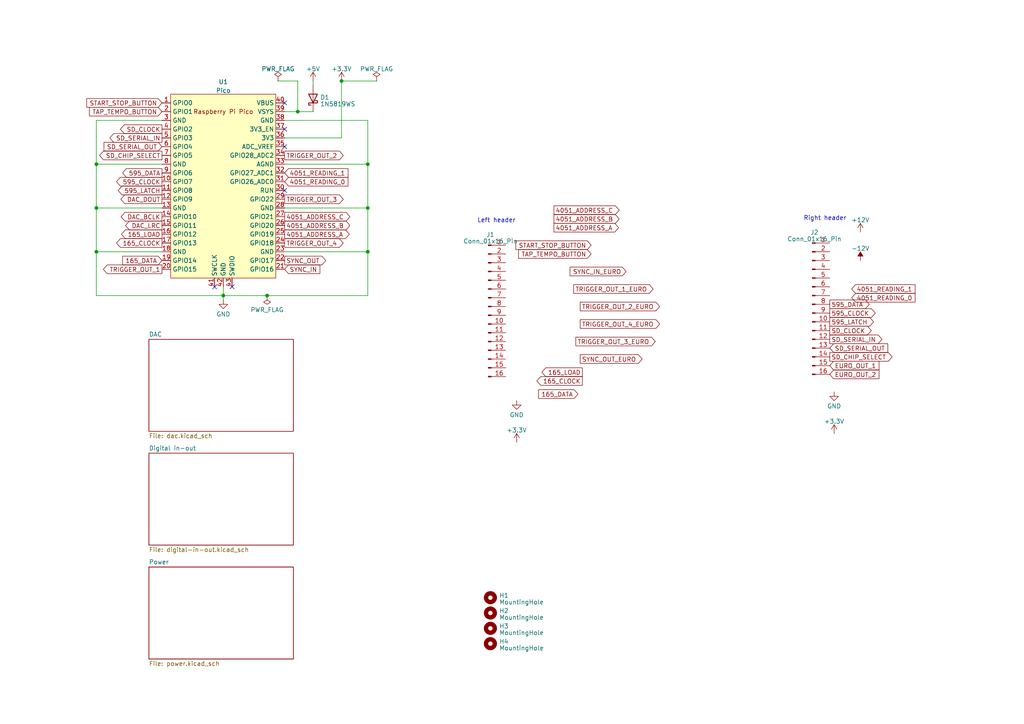
<source format=kicad_sch>
(kicad_sch (version 20230121) (generator eeschema)
  (paper "A4")
  (title_block (title "Drumkid") (rev "2.00"))
  (lib_symbols
    (symbol "Connector:Conn_01x16_Pin" (pin_names (offset 1.016) hide)
      (property "Reference" "J" (at 0 20.32 0))
      (property "Value" "Conn_01x16_Pin" (at 0 -22.86 0))
      (symbol "Conn_01x16_Pin_1_1"
        (polyline (pts (xy 1.27 -20.32) (xy 0.8636 -20.32)) (stroke (width 0.1524)))
        (polyline (pts (xy 1.27 -17.78) (xy 0.8636 -17.78)) (stroke (width 0.1524)))
        (polyline (pts (xy 1.27 -15.24) (xy 0.8636 -15.24)) (stroke (width 0.1524)))
        (polyline (pts (xy 1.27 -12.7) (xy 0.8636 -12.7)) (stroke (width 0.1524)))
        (polyline (pts (xy 1.27 -10.16) (xy 0.8636 -10.16)) (stroke (width 0.1524)))
        (polyline (pts (xy 1.27 -7.62) (xy 0.8636 -7.62)) (stroke (width 0.1524)))
        (polyline (pts (xy 1.27 -5.08) (xy 0.8636 -5.08)) (stroke (width 0.1524)))
        (polyline (pts (xy 1.27 -2.54) (xy 0.8636 -2.54)) (stroke (width 0.1524)))
        (polyline (pts (xy 1.27 0) (xy 0.8636 0)) (stroke (width 0.1524)))
        (polyline (pts (xy 1.27 2.54) (xy 0.8636 2.54)) (stroke (width 0.1524)))
        (polyline (pts (xy 1.27 5.08) (xy 0.8636 5.08)) (stroke (width 0.1524)))
        (polyline (pts (xy 1.27 7.62) (xy 0.8636 7.62)) (stroke (width 0.1524)))
        (polyline (pts (xy 1.27 10.16) (xy 0.8636 10.16)) (stroke (width 0.1524)))
        (polyline (pts (xy 1.27 12.7) (xy 0.8636 12.7)) (stroke (width 0.1524)))
        (polyline (pts (xy 1.27 15.24) (xy 0.8636 15.24)) (stroke (width 0.1524)))
        (polyline (pts (xy 1.27 17.78) (xy 0.8636 17.78)) (stroke (width 0.1524)))
        (rectangle (start 0.8636 -20.193) (end 0 -20.447) (stroke (width 0.1524)) (fill (type outline)))
        (rectangle (start 0.8636 -17.653) (end 0 -17.907) (stroke (width 0.1524)) (fill (type outline)))
        (rectangle (start 0.8636 -15.113) (end 0 -15.367) (stroke (width 0.1524)) (fill (type outline)))
        (rectangle (start 0.8636 -12.573) (end 0 -12.827) (stroke (width 0.1524)) (fill (type outline)))
        (rectangle (start 0.8636 -10.033) (end 0 -10.287) (stroke (width 0.1524)) (fill (type outline)))
        (rectangle (start 0.8636 -7.493) (end 0 -7.747) (stroke (width 0.1524)) (fill (type outline)))
        (rectangle (start 0.8636 -4.953) (end 0 -5.207) (stroke (width 0.1524)) (fill (type outline)))
        (rectangle (start 0.8636 -2.413) (end 0 -2.667) (stroke (width 0.1524)) (fill (type outline)))
        (rectangle (start 0.8636 0.127) (end 0 -0.127) (stroke (width 0.1524)) (fill (type outline)))
        (rectangle (start 0.8636 2.667) (end 0 2.413) (stroke (width 0.1524)) (fill (type outline)))
        (rectangle (start 0.8636 5.207) (end 0 4.953) (stroke (width 0.1524)) (fill (type outline)))
        (rectangle (start 0.8636 7.747) (end 0 7.493) (stroke (width 0.1524)) (fill (type outline)))
        (rectangle (start 0.8636 10.287) (end 0 10.033) (stroke (width 0.1524)) (fill (type outline)))
        (rectangle (start 0.8636 12.827) (end 0 12.573) (stroke (width 0.1524)) (fill (type outline)))
        (rectangle (start 0.8636 15.367) (end 0 15.113) (stroke (width 0.1524)) (fill (type outline)))
        (rectangle (start 0.8636 17.907) (end 0 17.653) (stroke (width 0.1524)) (fill (type outline)))
        (pin passive line (at 5.08 17.78 180) (length 3.81) (name "Pin_1") (number "1"))
        (pin passive line (at 5.08 -5.08 180) (length 3.81) (name "Pin_10") (number "10"))
        (pin passive line (at 5.08 -7.62 180) (length 3.81) (name "Pin_11") (number "11"))
        (pin passive line (at 5.08 -10.16 180) (length 3.81) (name "Pin_12") (number "12"))
        (pin passive line (at 5.08 -12.7 180) (length 3.81) (name "Pin_13") (number "13"))
        (pin passive line (at 5.08 -15.24 180) (length 3.81) (name "Pin_14") (number "14"))
        (pin passive line (at 5.08 -17.78 180) (length 3.81) (name "Pin_15") (number "15"))
        (pin passive line (at 5.08 -20.32 180) (length 3.81) (name "Pin_16") (number "16"))
        (pin passive line (at 5.08 15.24 180) (length 3.81) (name "Pin_2") (number "2"))
        (pin passive line (at 5.08 12.7 180) (length 3.81) (name "Pin_3") (number "3"))
        (pin passive line (at 5.08 10.16 180) (length 3.81) (name "Pin_4") (number "4"))
        (pin passive line (at 5.08 7.62 180) (length 3.81) (name "Pin_5") (number "5"))
        (pin passive line (at 5.08 5.08 180) (length 3.81) (name "Pin_6") (number "6"))
        (pin passive line (at 5.08 2.54 180) (length 3.81) (name "Pin_7") (number "7"))
        (pin passive line (at 5.08 0 180) (length 3.81) (name "Pin_8") (number "8"))
        (pin passive line (at 5.08 -2.54 180) (length 3.81) (name "Pin_9") (number "9"))
      )
    )
    (symbol "Diode:1N5819WS" (pin_numbers hide) (pin_names (offset 1.016) hide)
      (property "Reference" "D" (at 0 2.54 0))
      (property "Value" "1N5819WS" (at 0 -2.54 0))
      (symbol "1N5819WS_0_1"
        (polyline (pts (xy 1.27 0) (xy -1.27 0)))
        (polyline (pts (xy 1.27 1.27) (xy 1.27 -1.27) (xy -1.27 0) (xy 1.27 1.27)) (stroke (width 0.254)))
        (polyline (pts (xy -1.905 0.635) (xy -1.905 1.27) (xy -1.27 1.27) (xy -1.27 -1.27) (xy -0.635 -1.27) (xy -0.635 -0.635)) (stroke (width 0.254)))
      )
      (symbol "1N5819WS_1_1"
        (pin passive line (at -3.81 0 0) (length 2.54) (name "K") (number "1"))
        (pin passive line (at 3.81 0 180) (length 2.54) (name "A") (number "2"))
      )
    )
    (symbol "MCU_RaspberryPi_and_Boards:Pico"
      (property "Reference" "U" (at -13.97 27.94 0))
      (property "Value" "Pico" (at 0 19.05 0))
      (symbol "Pico_0_0"
        (text "Raspberry Pi Pico" (at 0 21.59 0) (effects (font (size 1.27 1.27))))
      )
      (symbol "Pico_0_1"
        (rectangle (start -15.24 26.67) (end 15.24 -26.67) (fill (type background)))
      )
      (symbol "Pico_1_1"
        (pin bidirectional line (at -17.78 24.13 0) (length 2.54) (name "GPIO0") (number "1"))
        (pin bidirectional line (at -17.78 1.27 0) (length 2.54) (name "GPIO7") (number "10"))
        (pin bidirectional line (at -17.78 -1.27 0) (length 2.54) (name "GPIO8") (number "11"))
        (pin bidirectional line (at -17.78 -3.81 0) (length 2.54) (name "GPIO9") (number "12"))
        (pin power_in line (at -17.78 -6.35 0) (length 2.54) (name "GND") (number "13"))
        (pin bidirectional line (at -17.78 -8.89 0) (length 2.54) (name "GPIO10") (number "14"))
        (pin bidirectional line (at -17.78 -11.43 0) (length 2.54) (name "GPIO11") (number "15"))
        (pin bidirectional line (at -17.78 -13.97 0) (length 2.54) (name "GPIO12") (number "16"))
        (pin bidirectional line (at -17.78 -16.51 0) (length 2.54) (name "GPIO13") (number "17"))
        (pin power_in line (at -17.78 -19.05 0) (length 2.54) (name "GND") (number "18"))
        (pin bidirectional line (at -17.78 -21.59 0) (length 2.54) (name "GPIO14") (number "19"))
        (pin bidirectional line (at -17.78 21.59 0) (length 2.54) (name "GPIO1") (number "2"))
        (pin bidirectional line (at -17.78 -24.13 0) (length 2.54) (name "GPIO15") (number "20"))
        (pin bidirectional line (at 17.78 -24.13 180) (length 2.54) (name "GPIO16") (number "21"))
        (pin bidirectional line (at 17.78 -21.59 180) (length 2.54) (name "GPIO17") (number "22"))
        (pin power_in line (at 17.78 -19.05 180) (length 2.54) (name "GND") (number "23"))
        (pin bidirectional line (at 17.78 -16.51 180) (length 2.54) (name "GPIO18") (number "24"))
        (pin bidirectional line (at 17.78 -13.97 180) (length 2.54) (name "GPIO19") (number "25"))
        (pin bidirectional line (at 17.78 -11.43 180) (length 2.54) (name "GPIO20") (number "26"))
        (pin bidirectional line (at 17.78 -8.89 180) (length 2.54) (name "GPIO21") (number "27"))
        (pin power_in line (at 17.78 -6.35 180) (length 2.54) (name "GND") (number "28"))
        (pin bidirectional line (at 17.78 -3.81 180) (length 2.54) (name "GPIO22") (number "29"))
        (pin power_in line (at -17.78 19.05 0) (length 2.54) (name "GND") (number "3"))
        (pin input line (at 17.78 -1.27 180) (length 2.54) (name "RUN") (number "30"))
        (pin bidirectional line (at 17.78 1.27 180) (length 2.54) (name "GPIO26_ADC0") (number "31"))
        (pin bidirectional line (at 17.78 3.81 180) (length 2.54) (name "GPIO27_ADC1") (number "32"))
        (pin power_in line (at 17.78 6.35 180) (length 2.54) (name "AGND") (number "33"))
        (pin bidirectional line (at 17.78 8.89 180) (length 2.54) (name "GPIO28_ADC2") (number "34"))
        (pin power_in line (at 17.78 11.43 180) (length 2.54) (name "ADC_VREF") (number "35"))
        (pin power_in line (at 17.78 13.97 180) (length 2.54) (name "3V3") (number "36"))
        (pin input line (at 17.78 16.51 180) (length 2.54) (name "3V3_EN") (number "37"))
        (pin bidirectional line (at 17.78 19.05 180) (length 2.54) (name "GND") (number "38"))
        (pin power_in line (at 17.78 21.59 180) (length 2.54) (name "VSYS") (number "39"))
        (pin bidirectional line (at -17.78 16.51 0) (length 2.54) (name "GPIO2") (number "4"))
        (pin power_in line (at 17.78 24.13 180) (length 2.54) (name "VBUS") (number "40"))
        (pin input line (at -2.54 -29.21 90) (length 2.54) (name "SWCLK") (number "41"))
        (pin power_in line (at 0 -29.21 90) (length 2.54) (name "GND") (number "42"))
        (pin bidirectional line (at 2.54 -29.21 90) (length 2.54) (name "SWDIO") (number "43"))
        (pin bidirectional line (at -17.78 13.97 0) (length 2.54) (name "GPIO3") (number "5"))
        (pin bidirectional line (at -17.78 11.43 0) (length 2.54) (name "GPIO4") (number "6"))
        (pin bidirectional line (at -17.78 8.89 0) (length 2.54) (name "GPIO5") (number "7"))
        (pin power_in line (at -17.78 6.35 0) (length 2.54) (name "GND") (number "8"))
        (pin bidirectional line (at -17.78 3.81 0) (length 2.54) (name "GPIO6") (number "9"))
      )
    )
    (symbol "Mechanical:MountingHole" (pin_names (offset 1.016))
      (property "Reference" "H" (at 0 5.08 0))
      (property "Value" "MountingHole" (at 0 3.175 0))
      (symbol "MountingHole_0_1"
        (circle (center 0 0) (radius 1.27) (stroke (width 1.27)))
      )
    )
    (symbol "power:+12V" (power) (pin_names (offset 0))
      (property "Value" "+12V" (at 0 3.556 0))
      (symbol "+12V_0_1"
        (polyline (pts (xy -0.762 1.27) (xy 0 2.54)))
        (polyline (pts (xy 0 0) (xy 0 2.54)))
        (polyline (pts (xy 0 2.54) (xy 0.762 1.27)))
      )
      (symbol "+12V_1_1"
        (pin power_in line (at 0 0 90) (length 0) hide (name "+12V") (number "1"))
      )
    )
    (symbol "power:+3.3V" (power) (pin_names (offset 0))
      (property "Value" "+3.3V" (at 0 3.556 0))
      (symbol "+3.3V_0_1"
        (polyline (pts (xy -0.762 1.27) (xy 0 2.54)))
        (polyline (pts (xy 0 0) (xy 0 2.54)))
        (polyline (pts (xy 0 2.54) (xy 0.762 1.27)))
      )
      (symbol "+3.3V_1_1"
        (pin power_in line (at 0 0 90) (length 0) hide (name "+3.3V") (number "1"))
      )
    )
    (symbol "power:+5V" (power) (pin_names (offset 0))
      (property "Value" "+5V" (at 0 3.556 0))
      (symbol "+5V_0_1"
        (polyline (pts (xy -0.762 1.27) (xy 0 2.54)))
        (polyline (pts (xy 0 0) (xy 0 2.54)))
        (polyline (pts (xy 0 2.54) (xy 0.762 1.27)))
      )
      (symbol "+5V_1_1"
        (pin power_in line (at 0 0 90) (length 0) hide (name "+5V") (number "1"))
      )
    )
    (symbol "power:-12V" (power) (pin_names (offset 0))
      (property "Value" "-12V" (at 0 3.81 0))
      (symbol "-12V_0_0"
        (pin power_in line (at 0 0 90) (length 0) hide (name "-12V") (number "1"))
      )
      (symbol "-12V_0_1"
        (polyline (pts (xy 0 0) (xy 0 1.27) (xy 0.762 1.27) (xy 0 2.54) (xy -0.762 1.27) (xy 0 1.27)) (fill (type outline)))
      )
    )
    (symbol "power:GND" (power) (pin_names (offset 0))
      (property "Value" "GND" (at 0 -3.81 0))
      (symbol "GND_0_1"
        (polyline (pts (xy 0 0) (xy 0 -1.27) (xy 1.27 -1.27) (xy 0 -2.54) (xy -1.27 -1.27) (xy 0 -1.27)))
      )
      (symbol "GND_1_1"
        (pin power_in line (at 0 0 270) (length 0) hide (name "GND") (number "1"))
      )
    )
    (symbol "power:PWR_FLAG" (power) (pin_numbers hide) (pin_names (offset 0) hide)
      (property "Value" "PWR_FLAG" (at 0 3.81 0))
      (symbol "PWR_FLAG_0_0"
        (pin power_out line (at 0 0 90) (length 0) (name "pwr") (number "1"))
      )
      (symbol "PWR_FLAG_0_1"
        (polyline (pts (xy 0 0) (xy 0 1.27) (xy -1.016 1.905) (xy 0 2.54) (xy 1.016 1.905) (xy 0 1.27)))
      )
    )
  )
  (junction (at 27.94 47.625))
  (junction (at 106.68 47.625))
  (junction (at 99.06 23.495))
  (junction (at 106.68 73.025))
  (junction (at 86.36 32.385))
  (junction (at 64.77 85.725))
  (junction (at 106.68 60.325))
  (junction (at 77.47 85.725))
  (junction (at 27.94 60.325))
  (junction (at 27.94 73.025))
  (no_connect (at 62.23 83.185))
  (no_connect (at 82.55 42.545))
  (no_connect (at 82.55 29.845))
  (no_connect (at 82.55 55.245))
  (no_connect (at 67.31 83.185))
  (no_connect (at 82.55 37.465))
  (wire (pts (xy 82.55 73.025) (xy 106.68 73.025)))
  (wire (pts (xy 82.55 60.325) (xy 106.68 60.325)))
  (wire (pts (xy 27.94 73.025) (xy 27.94 85.725)))
  (wire (pts (xy 77.47 85.725) (xy 106.68 85.725)))
  (wire (pts (xy 64.77 85.725) (xy 77.47 85.725)))
  (wire (pts (xy 99.06 23.495) (xy 109.22 23.495)))
  (wire (pts (xy 82.55 40.005) (xy 99.06 40.005)))
  (wire (pts (xy 86.36 32.385) (xy 90.805 32.385)))
  (wire (pts (xy 106.68 73.025) (xy 106.68 85.725)))
  (wire (pts (xy 86.36 23.495) (xy 86.36 32.385)))
  (wire (pts (xy 27.94 60.325) (xy 27.94 73.025)))
  (wire (pts (xy 99.06 23.495) (xy 99.06 40.005)))
  (wire (pts (xy 27.94 34.925) (xy 46.99 34.925)))
  (wire (pts (xy 64.77 85.725) (xy 64.77 86.995)))
  (wire (pts (xy 27.94 73.025) (xy 46.99 73.025)))
  (wire (pts (xy 82.55 34.925) (xy 106.68 34.925)))
  (wire (pts (xy 106.68 60.325) (xy 106.68 47.625)))
  (wire (pts (xy 80.645 23.495) (xy 86.36 23.495)))
  (wire (pts (xy 64.77 85.725) (xy 27.94 85.725)))
  (wire (pts (xy 82.55 47.625) (xy 106.68 47.625)))
  (wire (pts (xy 27.94 60.325) (xy 46.99 60.325)))
  (wire (pts (xy 64.77 83.185) (xy 64.77 85.725)))
  (wire (pts (xy 106.68 73.025) (xy 106.68 60.325)))
  (wire (pts (xy 27.94 47.625) (xy 27.94 34.925)))
  (wire (pts (xy 90.805 23.495) (xy 90.805 24.765)))
  (wire (pts (xy 27.94 47.625) (xy 27.94 60.325)))
  (wire (pts (xy 46.99 47.625) (xy 27.94 47.625)))
  (wire (pts (xy 106.68 47.625) (xy 106.68 34.925)))
  (wire (pts (xy 82.55 32.385) (xy 86.36 32.385)))
  (text "Left header" (at 138.43 64.77 0) (effects (font (size 1.27 1.27)) (justify left bottom)))
  (text "Right header" (at 233.045 64.135 0) (effects (font (size 1.27 1.27)) (justify left bottom)))
  (global_label "165_CLOCK" (shape output) (at 46.99 70.485 180) (property "Intersheetrefs" "${INTERSHEET_REFS}" (effects hide)))
  (global_label "TAP_TEMPO_BUTTON" (shape input) (at 171.45 73.66 180) (property "Intersheetrefs" "${INTERSHEET_REFS}" (effects hide)))
  (global_label "SD_SERIAL_IN" (shape output) (at 240.665 98.425 0) (property "Intersheetrefs" "${INTERSHEET_REFS}" (effects hide)))
  (global_label "TRIGGER_OUT_3" (shape output) (at 82.55 57.785 0) (property "Intersheetrefs" "${INTERSHEET_REFS}" (effects hide)))
  (global_label "START_STOP_BUTTON" (shape input) (at 46.99 29.845 180) (property "Intersheetrefs" "${INTERSHEET_REFS}" (effects hide)))
  (global_label "4051_READING_0" (shape input) (at 82.55 52.705 0) (property "Intersheetrefs" "${INTERSHEET_REFS}" (effects hide)))
  (global_label "4051_ADDRESS_C" (shape output) (at 82.55 62.865 0) (property "Intersheetrefs" "${INTERSHEET_REFS}" (effects hide)))
  (global_label "SYNC_OUT" (shape output) (at 82.55 75.565 0) (property "Intersheetrefs" "${INTERSHEET_REFS}" (effects hide)))
  (global_label "165_DATA" (shape input) (at 46.99 75.565 180) (property "Intersheetrefs" "${INTERSHEET_REFS}" (effects hide)))
  (global_label "TRIGGER_OUT_1" (shape output) (at 46.99 78.105 180) (property "Intersheetrefs" "${INTERSHEET_REFS}" (effects hide)))
  (global_label "SYNC_OUT_EURO" (shape output) (at 168.275 104.14 0) (property "Intersheetrefs" "${INTERSHEET_REFS}" (effects hide)))
  (global_label "TRIGGER_OUT_1_EURO" (shape output) (at 166.37 83.82 0) (property "Intersheetrefs" "${INTERSHEET_REFS}" (effects hide)))
  (global_label "4051_ADDRESS_A" (shape output) (at 82.55 67.945 0) (property "Intersheetrefs" "${INTERSHEET_REFS}" (effects hide)))
  (global_label "EURO_OUT_2" (shape input) (at 240.665 108.585 0) (property "Intersheetrefs" "${INTERSHEET_REFS}" (effects hide)))
  (global_label "TRIGGER_OUT_3_EURO" (shape output) (at 167.005 99.06 0) (property "Intersheetrefs" "${INTERSHEET_REFS}" (effects hide)))
  (global_label "DAC_DOUT" (shape output) (at 46.99 57.785 180) (property "Intersheetrefs" "${INTERSHEET_REFS}" (effects hide)))
  (global_label "EURO_OUT_1" (shape input) (at 240.665 106.045 0) (property "Intersheetrefs" "${INTERSHEET_REFS}" (effects hide)))
  (global_label "TRIGGER_OUT_2" (shape output) (at 82.55 45.085 0) (property "Intersheetrefs" "${INTERSHEET_REFS}" (effects hide)))
  (global_label "4051_ADDRESS_C" (shape output) (at 160.655 60.96 0) (property "Intersheetrefs" "${INTERSHEET_REFS}" (effects hide)))
  (global_label "4051_ADDRESS_B" (shape output) (at 82.55 65.405 0) (property "Intersheetrefs" "${INTERSHEET_REFS}" (effects hide)))
  (global_label "SD_SERIAL_OUT" (shape input) (at 240.665 100.965 0) (property "Intersheetrefs" "${INTERSHEET_REFS}" (effects hide)))
  (global_label "TRIGGER_OUT_2_EURO" (shape output) (at 168.275 88.9 0) (property "Intersheetrefs" "${INTERSHEET_REFS}" (effects hide)))
  (global_label "SYNC_IN_EURO" (shape input) (at 181.61 78.74 180) (property "Intersheetrefs" "${INTERSHEET_REFS}" (effects hide)))
  (global_label "SD_CHIP_SELECT" (shape output) (at 46.99 45.085 180) (property "Intersheetrefs" "${INTERSHEET_REFS}" (effects hide)))
  (global_label "595_DATA" (shape output) (at 46.99 50.165 180) (property "Intersheetrefs" "${INTERSHEET_REFS}" (effects hide)))
  (global_label "4051_ADDRESS_B" (shape output) (at 160.655 63.5 0) (property "Intersheetrefs" "${INTERSHEET_REFS}" (effects hide)))
  (global_label "165_DATA" (shape input) (at 167.64 114.3 180) (property "Intersheetrefs" "${INTERSHEET_REFS}" (effects hide)))
  (global_label "4051_READING_0" (shape input) (at 247.015 86.36 0) (property "Intersheetrefs" "${INTERSHEET_REFS}" (effects hide)))
  (global_label "165_LOAD" (shape output) (at 46.99 67.945 180) (property "Intersheetrefs" "${INTERSHEET_REFS}" (effects hide)))
  (global_label "595_CLOCK" (shape output) (at 240.665 90.805 0) (property "Intersheetrefs" "${INTERSHEET_REFS}" (effects hide)))
  (global_label "165_CLOCK" (shape output) (at 168.91 110.49 180) (property "Intersheetrefs" "${INTERSHEET_REFS}" (effects hide)))
  (global_label "SYNC_IN" (shape input) (at 82.55 78.105 0) (property "Intersheetrefs" "${INTERSHEET_REFS}" (effects hide)))
  (global_label "595_LATCH" (shape output) (at 240.665 93.345 0) (property "Intersheetrefs" "${INTERSHEET_REFS}" (effects hide)))
  (global_label "4051_ADDRESS_A" (shape output) (at 160.655 66.04 0) (property "Intersheetrefs" "${INTERSHEET_REFS}" (effects hide)))
  (global_label "165_LOAD" (shape output) (at 168.91 107.95 180) (property "Intersheetrefs" "${INTERSHEET_REFS}" (effects hide)))
  (global_label "595_LATCH" (shape output) (at 46.99 55.245 180) (property "Intersheetrefs" "${INTERSHEET_REFS}" (effects hide)))
  (global_label "TRIGGER_OUT_4" (shape output) (at 82.55 70.485 0) (property "Intersheetrefs" "${INTERSHEET_REFS}" (effects hide)))
  (global_label "START_STOP_BUTTON" (shape input) (at 171.45 71.12 180) (property "Intersheetrefs" "${INTERSHEET_REFS}" (effects hide)))
  (global_label "TRIGGER_OUT_4_EURO" (shape output) (at 168.275 93.98 0) (property "Intersheetrefs" "${INTERSHEET_REFS}" (effects hide)))
  (global_label "SD_SERIAL_OUT" (shape input) (at 46.99 42.545 180) (property "Intersheetrefs" "${INTERSHEET_REFS}" (effects hide)))
  (global_label "SD_SERIAL_IN" (shape output) (at 46.99 40.005 180) (property "Intersheetrefs" "${INTERSHEET_REFS}" (effects hide)))
  (global_label "595_DATA" (shape output) (at 240.665 88.265 0) (property "Intersheetrefs" "${INTERSHEET_REFS}" (effects hide)))
  (global_label "TAP_TEMPO_BUTTON" (shape input) (at 46.99 32.385 180) (property "Intersheetrefs" "${INTERSHEET_REFS}" (effects hide)))
  (global_label "4051_READING_1" (shape input) (at 247.015 83.82 0) (property "Intersheetrefs" "${INTERSHEET_REFS}" (effects hide)))
  (global_label "SD_CLOCK" (shape output) (at 46.99 37.465 180) (property "Intersheetrefs" "${INTERSHEET_REFS}" (effects hide)))
  (global_label "SD_CHIP_SELECT" (shape output) (at 240.665 103.505 0) (property "Intersheetrefs" "${INTERSHEET_REFS}" (effects hide)))
  (global_label "SD_CLOCK" (shape output) (at 240.665 95.885 0) (property "Intersheetrefs" "${INTERSHEET_REFS}" (effects hide)))
  (global_label "595_CLOCK" (shape output) (at 46.99 52.705 180) (property "Intersheetrefs" "${INTERSHEET_REFS}" (effects hide)))
  (global_label "DAC_LRC" (shape output) (at 46.99 65.405 180) (property "Intersheetrefs" "${INTERSHEET_REFS}" (effects hide)))
  (global_label "4051_READING_1" (shape input) (at 82.55 50.165 0) (property "Intersheetrefs" "${INTERSHEET_REFS}" (effects hide)))
  (global_label "DAC_BCLK" (shape output) (at 46.99 62.865 180) (property "Intersheetrefs" "${INTERSHEET_REFS}" (effects hide)))
  (symbol (lib_id "power:-12V") (at 249.555 75.565 0) (unit 1)
    (property "Reference" "#PWR02" (effects hide))
    (property "Value" "-12V" (at 249.555 72.0631 0))
  )
  (symbol (lib_id "power:PWR_FLAG") (at 109.22 23.495 0) (unit 1)
    (property "Reference" "#FLG02" (effects hide))
    (property "Value" "PWR_FLAG" (at 109.22 19.9931 0))
  )
  (symbol (lib_id "MCU_RaspberryPi_and_Boards:Pico") (at 64.77 53.975 0) (unit 1)
    (property "Reference" "U1" (at 64.77 23.7322 0))
    (property "Value" "Pico" (at 64.77 26.2691 0))
    (property "Footprint" "MCU_RaspberryPi_and_Boards:RPi_Pico_SMD_TH" (effects hide))
  )
  (symbol (lib_id "power:GND") (at 149.86 116.205 0) (unit 1)
    (property "Reference" "#PWR03" (effects hide))
    (property "Value" "GND" (at 149.86 120.3405 0))
  )
  (symbol (lib_id "Connector:Conn_01x16_Pin") (at 235.585 88.265 0) (unit 1)
    (property "Reference" "J2" (at 236.22 67.3989 0))
    (property "Value" "Conn_01x16_Pin" (at 236.22 69.3199 0))
  )
  (symbol (lib_id "power:+3.3V") (at 99.06 23.495 0) (unit 1)
    (property "Reference" "#PWR08" (effects hide))
    (property "Value" "+3.3V" (at 99.06 19.9931 0))
  )
  (symbol (lib_id "power:GND") (at 241.935 113.665 0) (unit 1)
    (property "Reference" "#PWR07" (effects hide))
    (property "Value" "GND" (at 241.935 117.8005 0))
  )
  (symbol (lib_id "power:+3.3V") (at 241.935 125.73 0) (unit 1)
    (property "Reference" "#PWR09" (effects hide))
    (property "Value" "+3.3V" (at 241.935 122.2281 0))
  )
  (symbol (lib_id "Mechanical:MountingHole") (at 142.24 182.245 0) (unit 1)
    (property "Reference" "H3" (at 144.78 181.6013 0) (effects (justify left)))
    (property "Value" "MountingHole" (at 144.78 183.5223 0) (effects (justify left)))
    (property "Footprint" "MountingHole:MountingHole_3.2mm_M3" (effects hide))
  )
  (symbol (lib_id "power:+12V") (at 249.555 67.31 0) (unit 1)
    (property "Reference" "#PWR01" (effects hide))
    (property "Value" "+12V" (at 249.555 63.8081 0))
  )
  (symbol (lib_id "power:PWR_FLAG") (at 80.645 23.495 0) (unit 1)
    (property "Reference" "#FLG06" (effects hide))
    (property "Value" "PWR_FLAG" (at 80.645 19.9931 0))
  )
  (symbol (lib_id "power:+3.3V") (at 149.86 128.27 0) (unit 1)
    (property "Reference" "#PWR04" (effects hide))
    (property "Value" "+3.3V" (at 149.86 124.7681 0))
  )
  (symbol (lib_id "Mechanical:MountingHole") (at 142.24 186.69 0) (unit 1)
    (property "Reference" "H4" (at 144.78 186.0463 0) (effects (justify left)))
    (property "Value" "MountingHole" (at 144.78 187.9673 0) (effects (justify left)))
    (property "Footprint" "MountingHole:MountingHole_3.2mm_M3" (effects hide))
  )
  (symbol (lib_id "Mechanical:MountingHole") (at 142.24 173.355 0) (unit 1)
    (property "Reference" "H1" (at 144.78 172.7113 0) (effects (justify left)))
    (property "Value" "MountingHole" (at 144.78 174.6323 0) (effects (justify left)))
    (property "Footprint" "MountingHole:MountingHole_3.2mm_M3" (effects hide))
  )
  (symbol (lib_id "Mechanical:MountingHole") (at 142.24 177.8 0) (unit 1)
    (property "Reference" "H2" (at 144.78 177.1563 0) (effects (justify left)))
    (property "Value" "MountingHole" (at 144.78 179.0773 0) (effects (justify left)))
    (property "Footprint" "MountingHole:MountingHole_3.2mm_M3" (effects hide))
  )
  (symbol (lib_id "power:GND") (at 64.77 86.995 0) (unit 1)
    (property "Reference" "#PWR05" (effects hide))
    (property "Value" "GND" (at 64.77 91.1305 0))
  )
  (symbol (lib_id "power:PWR_FLAG") (at 77.47 85.725 180) (unit 1)
    (property "Reference" "#FLG01" (effects hide))
    (property "Value" "PWR_FLAG" (at 77.47 89.8605 0))
  )
  (symbol (lib_id "Connector:Conn_01x16_Pin") (at 141.605 88.9 0) (unit 1)
    (property "Reference" "J1" (at 142.24 68.0339 0))
    (property "Value" "Conn_01x16_Pin" (at 142.24 69.9549 0))
  )
  (symbol (lib_id "power:+5V") (at 90.805 23.495 0) (unit 1)
    (property "Reference" "#PWR06" (effects hide))
    (property "Value" "+5V" (at 90.805 19.9931 0))
  )
  (symbol (lib_id "Diode:1N5819WS") (at 90.805 28.575 90) (unit 1)
    (property "Reference" "D1" (at 92.837 28.2488 90) (effects (justify right)))
    (property "Value" "1N5819WS" (at 92.837 30.1698 90) (effects (justify right)))
    (property "Footprint" "Diode_SMD:D_SOD-323" (effects hide))
    (property "Datasheet" "https://datasheet.lcsc.com/lcsc/2204281430_Guangdong-Hottech-1N5819WS_C191023.pdf" (effects hide))
  )
  (sheet (at 43.18 131.445) (size 41.91 26.67) (stroke (width 0.1524))
    (property "Sheetname" "Digital in-out" (at 43.18 130.7334 0) (effects (justify left bottom)))
    (property "Sheetfile" "digital-in-out.kicad_sch" (at 43.18 158.6996 0) (effects (justify left top)))
  )
  (sheet (at 43.18 98.425) (size 41.91 26.67) (stroke (width 0.1524))
    (property "Sheetname" "DAC" (at 43.18 97.7134 0) (effects (justify left bottom)))
    (property "Sheetfile" "dac.kicad_sch" (at 43.18 125.6796 0) (effects (justify left top)))
  )
  (sheet (at 43.18 164.465) (size 41.91 26.67) (stroke (width 0.1524))
    (property "Sheetname" "Power" (at 43.18 163.7534 0) (effects (justify left bottom)))
    (property "Sheetfile" "power.kicad_sch" (at 43.18 191.7196 0) (effects (justify left top)))
  )
)
</source>
